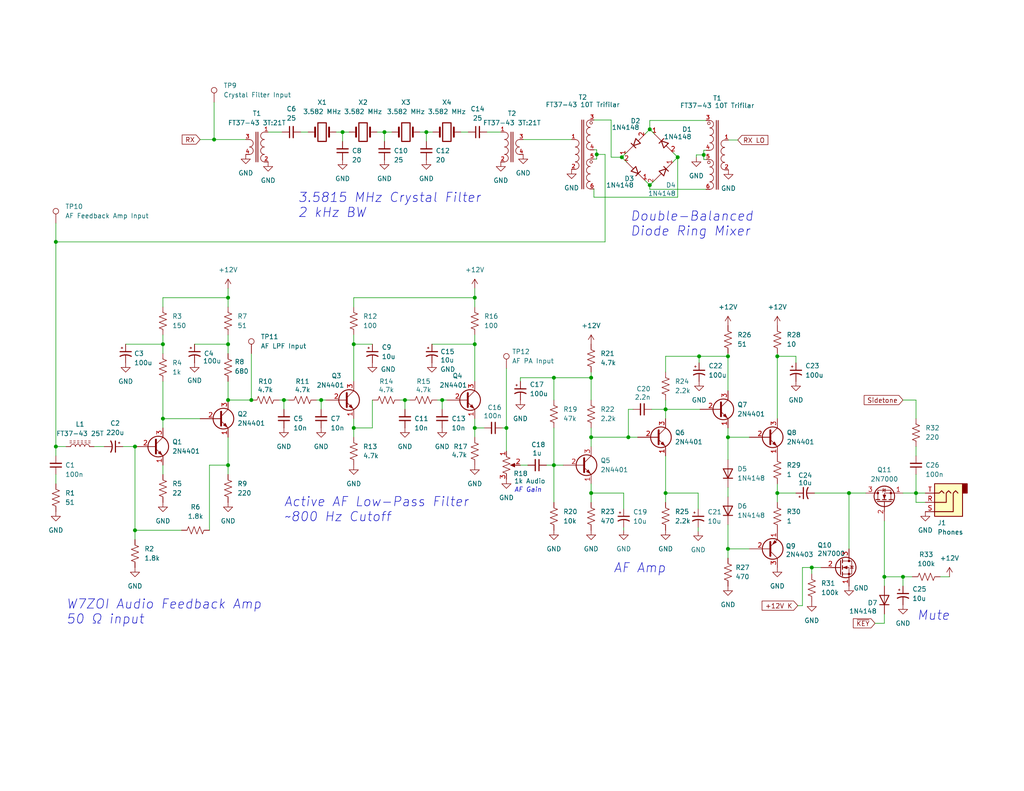
<source format=kicad_sch>
(kicad_sch (version 20230121) (generator eeschema)
  (paper "USLetter")
  (title_block (title "Party Line 80") (date "2023-12-14") (rev "A") (company "Etherkit") (comment 1 "Creative Commons CC BY-SA 4.0"))
  (lib_symbols
    (symbol "Connector:TestPoint" (pin_numbers hide) (pin_names (offset 0.762) hide)
      (property "Reference" "TP" (at 0 6.858 0))
      (property "Value" "TestPoint" (at 0 5.08 0))
      (symbol "TestPoint_1_1"
        (pin passive line (at 0 0 90) (length 2.54) (name "1") (number "1"))
      )
    )
    (symbol "Connector_Audio:AudioJack3"
      (property "Reference" "J" (at 0 8.89 0))
      (property "Value" "AudioJack3" (at 0 6.35 0))
      (symbol "AudioJack3_1_1"
        (pin passive line (at 5.08 0 180) (length 2.54) (name "~") (number "R"))
        (pin passive line (at 5.08 2.54 180) (length 2.54) (name "~") (number "S"))
        (pin passive line (at 5.08 -2.54 180) (length 2.54) (name "~") (number "T"))
      )
    )
    (symbol "Device:C_Polarized_Small_US" (pin_numbers hide) (pin_names (offset 0.254) hide)
      (property "Reference" "C" (at 0.254 1.778 0))
      (property "Value" "C_Polarized_Small_US" (at 0.254 -2.032 0))
      (symbol "C_Polarized_Small_US_1_1"
        (pin passive line (at 0 2.54 270) (length 2.032) (name "~") (number "1"))
        (pin passive line (at 0 -2.54 90) (length 2.032) (name "~") (number "2"))
      )
    )
    (symbol "Device:C_Small" (pin_numbers hide) (pin_names (offset 0.254) hide)
      (property "Reference" "C" (at 0.254 1.778 0))
      (property "Value" "C_Small" (at 0.254 -2.032 0))
      (symbol "C_Small_1_1"
        (pin passive line (at 0 2.54 270) (length 2.032) (name "~") (number "1"))
        (pin passive line (at 0 -2.54 90) (length 2.032) (name "~") (number "2"))
      )
    )
    (symbol "Device:Crystal" (pin_numbers hide) (pin_names (offset 1.016) hide)
      (property "Reference" "Y" (at 0 3.81 0))
      (property "Value" "Crystal" (at 0 -3.81 0))
      (symbol "Crystal_1_1"
        (pin passive line (at -3.81 0 0) (length 1.27) (name "1") (number "1"))
        (pin passive line (at 3.81 0 180) (length 1.27) (name "2") (number "2"))
      )
    )
    (symbol "Device:D" (pin_numbers hide) (pin_names (offset 1.016) hide)
      (property "Reference" "D" (at 0 2.54 0))
      (property "Value" "D" (at 0 -2.54 0))
      (symbol "D_1_1"
        (pin passive line (at -3.81 0 0) (length 2.54) (name "K") (number "1"))
        (pin passive line (at 3.81 0 180) (length 2.54) (name "A") (number "2"))
      )
    )
    (symbol "Device:L_Ferrite" (pin_numbers hide) (pin_names (offset 1.016) hide)
      (property "Reference" "L" (at -1.27 0 90))
      (property "Value" "L_Ferrite" (at 2.794 0 90))
      (symbol "L_Ferrite_1_1"
        (pin passive line (at 0 3.81 270) (length 1.27) (name "1") (number "1"))
        (pin passive line (at 0 -3.81 90) (length 1.27) (name "2") (number "2"))
      )
    )
    (symbol "Device:Q_NMOS_SGD" (pin_names (offset 0) hide)
      (property "Reference" "Q" (at 5.08 1.27 0))
      (property "Value" "Q_NMOS_SGD" (at 5.08 -1.27 0))
      (symbol "Q_NMOS_SGD_1_1"
        (pin passive line (at 2.54 -5.08 90) (length 2.54) (name "S") (number "1"))
        (pin input line (at -5.08 0 0) (length 5.08) (name "G") (number "2"))
        (pin passive line (at 2.54 5.08 270) (length 2.54) (name "D") (number "3"))
      )
    )
    (symbol "Device:Q_NPN_EBC" (pin_names (offset 0) hide)
      (property "Reference" "Q" (at 5.08 1.27 0))
      (property "Value" "Q_NPN_EBC" (at 5.08 -1.27 0))
      (symbol "Q_NPN_EBC_1_1"
        (pin passive line (at 2.54 -5.08 90) (length 2.54) (name "E") (number "1"))
        (pin passive line (at -5.08 0 0) (length 5.715) (name "B") (number "2"))
        (pin passive line (at 2.54 5.08 270) (length 2.54) (name "C") (number "3"))
      )
    )
    (symbol "Device:Q_PNP_EBC" (pin_names (offset 0) hide)
      (property "Reference" "Q" (at 5.08 1.27 0))
      (property "Value" "Q_PNP_EBC" (at 5.08 -1.27 0))
      (symbol "Q_PNP_EBC_1_1"
        (pin passive line (at 2.54 -5.08 90) (length 2.54) (name "E") (number "1"))
        (pin input line (at -5.08 0 0) (length 5.715) (name "B") (number "2"))
        (pin passive line (at 2.54 5.08 270) (length 2.54) (name "C") (number "3"))
      )
    )
    (symbol "Device:R_Potentiometer_US" (pin_names (offset 1.016) hide)
      (property "Reference" "RV" (at -4.445 0 90))
      (property "Value" "R_Potentiometer_US" (at -2.54 0 90))
      (symbol "R_Potentiometer_US_1_1"
        (pin passive line (at 0 3.81 270) (length 1.27) (name "1") (number "1"))
        (pin passive line (at 3.81 0 180) (length 1.27) (name "2") (number "2"))
        (pin passive line (at 0 -3.81 90) (length 1.27) (name "3") (number "3"))
      )
    )
    (symbol "Device:R_US" (pin_numbers hide) (pin_names (offset 0))
      (property "Reference" "R" (at 2.54 0 90))
      (property "Value" "R_US" (at -2.54 0 90))
      (symbol "R_US_1_1"
        (pin passive line (at 0 3.81 270) (length 1.27) (name "~") (number "1"))
        (pin passive line (at 0 -3.81 90) (length 1.27) (name "~") (number "2"))
      )
    )
    (symbol "EtherkitKicadLibrary:DIODE_45DEG" (pin_names (offset 0))
      (property "Reference" "D" (at 2.54 6.985 0))
      (property "Value" "Diode" (at 2.54 5.08 0))
      (symbol "DIODE_45DEG_1_1"
        (pin passive line (at 2.54 2.54 180) (length 0) (name "~") (number "1"))
        (pin passive line (at -2.54 -2.54 0) (length 0) (name "") (number "2"))
      )
    )
    (symbol "EtherkitKicadLibrary:TRANSFORMER_STEP" (pin_names (offset 1.016) hide)
      (property "Reference" "T" (at 0 8.763 0))
      (property "Value" "TRANSFORMER" (at 0 6.858 0))
      (symbol "TRANSFORMER_STEP_1_1"
        (pin passive line (at -3.048 4.064 0) (length 1.016) (name "1") (number "1"))
        (pin passive line (at -3.048 -4.064 0) (length 1.016) (name "2") (number "2"))
        (pin passive line (at 3.048 2.032 180) (length 1.016) (name "3") (number "3"))
        (pin passive line (at 3.048 -2.032 180) (length 1.016) (name "4") (number "4"))
      )
    )
    (symbol "EtherkitKicadLibrary:TRIFILAR_TRANSFORMER" (pin_names (offset 1.016) hide)
      (property "Reference" "T" (at 0 -11.684 0))
      (property "Value" "TRANSFORMER" (at 0 -13.462 0))
      (symbol "TRIFILAR_TRANSFORMER_1_1"
        (pin passive line (at -3.048 4.064 0) (length 1.016) (name "1") (number "1"))
        (pin passive line (at -3.048 -4.064 0) (length 1.016) (name "2") (number "2"))
        (pin passive line (at 3.048 9.398 180) (length 1.016) (name "3") (number "3"))
        (pin passive line (at 3.048 1.27 180) (length 1.016) (name "4") (number "4"))
        (pin passive line (at 3.048 -1.27 180) (length 1.016) (name "3") (number "5"))
        (pin passive line (at 3.048 -9.398 180) (length 1.016) (name "4") (number "6"))
      )
    )
    (symbol "power:+12V" (power) (pin_names (offset 0))
      (property "Value" "+12V" (at 0 3.556 0))
      (symbol "+12V_1_1"
        (pin power_in line (at 0 0 90) (length 0) hide (name "+12V") (number "1"))
      )
    )
    (symbol "power:GND" (power) (pin_names (offset 0))
      (property "Value" "GND" (at 0 -3.81 0))
      (symbol "GND_1_1"
        (pin power_in line (at 0 0 270) (length 0) hide (name "GND") (number "1"))
      )
    )
  )
  (junction (at 169.672 42.926))
  (junction (at 177.292 35.306))
  (junction (at 198.628 119.38))
  (junction (at 129.54 116.84))
  (junction (at 93.472 36.068))
  (junction (at 87.63 109.22))
  (junction (at 212.09 97.282))
  (junction (at 181.61 134.62))
  (junction (at 190.754 97.282))
  (junction (at 44.45 114.3))
  (junction (at 212.09 134.62))
  (junction (at 15.24 121.92))
  (junction (at 62.23 127))
  (junction (at 181.61 111.76))
  (junction (at 171.45 119.38))
  (junction (at 161.29 134.62))
  (junction (at 246.38 157.48))
  (junction (at 62.23 109.22))
  (junction (at 44.45 93.98))
  (junction (at 231.648 134.62))
  (junction (at 241.3 157.48))
  (junction (at 221.488 154.94))
  (junction (at 184.912 42.926))
  (junction (at 36.83 121.92))
  (junction (at 161.29 119.38))
  (junction (at 68.58 109.22))
  (junction (at 116.332 36.068))
  (junction (at 151.13 103.124))
  (junction (at 151.13 127))
  (junction (at 36.83 144.78))
  (junction (at 120.65 109.22))
  (junction (at 110.49 109.22))
  (junction (at 192.024 42.291))
  (junction (at 177.292 50.546))
  (junction (at 249.936 134.62))
  (junction (at 62.23 81.28))
  (junction (at 198.628 97.282))
  (junction (at 104.902 36.068))
  (junction (at 96.52 93.98))
  (junction (at 58.42 38.1))
  (junction (at 129.54 93.98))
  (junction (at 62.23 93.98))
  (junction (at 77.47 109.22))
  (junction (at 138.176 116.84))
  (junction (at 198.628 149.86))
  (junction (at 15.24 66.04))
  (junction (at 162.814 42.164))
  (junction (at 161.29 103.124))
  (junction (at 96.52 116.84))
  (junction (at 129.54 81.28))
  (wire (pts (xy 184.912 53.848) (xy 184.912 42.926)))
  (wire (pts (xy 172.72 111.76) (xy 171.45 111.76)))
  (wire (pts (xy 138.176 100.584) (xy 138.176 116.84)))
  (wire (pts (xy 221.488 154.94) (xy 221.488 156.718)))
  (wire (pts (xy 192.659 51.689) (xy 177.292 51.689)))
  (wire (pts (xy 18.034 121.92) (xy 15.24 121.92)))
  (wire (pts (xy 181.61 101.6) (xy 181.61 97.282)))
  (wire (pts (xy 246.38 157.48) (xy 246.38 160.02)))
  (wire (pts (xy 165.1 42.164) (xy 165.1 66.04)))
  (wire (pts (xy 249.936 121.92) (xy 249.936 124.46)))
  (wire (pts (xy 184.912 42.926) (xy 183.642 41.656)))
  (wire (pts (xy 87.63 109.22) (xy 88.9 109.22)))
  (wire (pts (xy 15.24 121.92) (xy 15.24 124.46)))
  (wire (pts (xy 181.61 134.62) (xy 181.61 137.16)))
  (wire (pts (xy 177.292 51.689) (xy 177.292 50.546)))
  (wire (pts (xy 151.13 103.124) (xy 151.13 109.22)))
  (wire (pts (xy 73.152 36.068) (xy 76.962 36.068)))
  (wire (pts (xy 36.83 144.78) (xy 36.83 147.32)))
  (wire (pts (xy 15.24 129.54) (xy 15.24 132.08)))
  (wire (pts (xy 166.751 42.926) (xy 169.672 42.926)))
  (wire (pts (xy 93.472 36.068) (xy 93.472 38.608)))
  (wire (pts (xy 218.948 154.94) (xy 218.948 165.354)))
  (wire (pts (xy 162.052 53.848) (xy 184.912 53.848)))
  (wire (pts (xy 129.54 91.44) (xy 129.54 93.98)))
  (wire (pts (xy 161.29 132.08) (xy 161.29 134.62)))
  (wire (pts (xy 162.052 51.562) (xy 162.052 53.848)))
  (wire (pts (xy 62.23 104.14) (xy 62.23 109.22)))
  (wire (pts (xy 36.83 121.92) (xy 36.83 144.78)))
  (wire (pts (xy 44.45 104.14) (xy 44.45 114.3)))
  (wire (pts (xy 161.29 119.38) (xy 171.45 119.38)))
  (wire (pts (xy 54.61 38.1) (xy 58.42 38.1)))
  (wire (pts (xy 96.52 116.84) (xy 96.52 119.38)))
  (wire (pts (xy 177.292 32.893) (xy 177.292 35.306)))
  (wire (pts (xy 189.992 42.291) (xy 192.024 42.291)))
  (wire (pts (xy 101.6 116.84) (xy 96.52 116.84)))
  (wire (pts (xy 125.73 36.068) (xy 127.762 36.068)))
  (wire (pts (xy 76.2 109.22) (xy 77.47 109.22)))
  (wire (pts (xy 181.61 111.76) (xy 191.008 111.76)))
  (wire (pts (xy 198.628 119.38) (xy 204.47 119.38)))
  (wire (pts (xy 129.54 116.84) (xy 129.54 119.38)))
  (wire (pts (xy 96.52 93.98) (xy 101.6 93.98)))
  (wire (pts (xy 86.36 109.22) (xy 87.63 109.22)))
  (wire (pts (xy 221.488 154.94) (xy 218.948 154.94)))
  (wire (pts (xy 162.814 40.894) (xy 162.814 42.164)))
  (wire (pts (xy 181.61 124.46) (xy 181.61 134.62)))
  (wire (pts (xy 15.24 60.96) (xy 15.24 66.04)))
  (wire (pts (xy 198.628 97.282) (xy 198.628 106.68)))
  (wire (pts (xy 120.65 109.22) (xy 121.92 109.22)))
  (wire (pts (xy 170.18 134.62) (xy 161.29 134.62)))
  (wire (pts (xy 110.49 109.22) (xy 111.76 109.22)))
  (wire (pts (xy 114.554 36.068) (xy 116.332 36.068)))
  (wire (pts (xy 151.13 116.84) (xy 151.13 127)))
  (wire (pts (xy 120.65 109.22) (xy 120.65 111.76)))
  (wire (pts (xy 162.052 40.894) (xy 162.814 40.894)))
  (wire (pts (xy 62.23 93.98) (xy 62.23 96.52)))
  (wire (pts (xy 222.25 134.62) (xy 231.648 134.62)))
  (wire (pts (xy 249.936 134.62) (xy 252.476 134.62)))
  (wire (pts (xy 241.3 142.24) (xy 241.3 157.48)))
  (wire (pts (xy 62.23 119.38) (xy 62.23 127)))
  (wire (pts (xy 241.3 157.48) (xy 246.38 157.48)))
  (wire (pts (xy 171.45 111.76) (xy 171.45 119.38)))
  (wire (pts (xy 96.52 114.3) (xy 96.52 116.84)))
  (wire (pts (xy 212.09 96.52) (xy 212.09 97.282)))
  (wire (pts (xy 161.29 119.38) (xy 161.29 121.92)))
  (wire (pts (xy 62.23 78.74) (xy 62.23 81.28)))
  (wire (pts (xy 141.986 104.14) (xy 141.986 103.124)))
  (wire (pts (xy 129.54 93.98) (xy 117.856 93.98)))
  (wire (pts (xy 57.15 127) (xy 62.23 127)))
  (wire (pts (xy 149.098 127) (xy 151.13 127)))
  (wire (pts (xy 44.45 81.28) (xy 62.23 81.28)))
  (wire (pts (xy 141.986 103.124) (xy 151.13 103.124)))
  (wire (pts (xy 231.648 134.62) (xy 231.648 149.86)))
  (wire (pts (xy 224.028 154.94) (xy 221.488 154.94)))
  (wire (pts (xy 190.5 144.018) (xy 190.5 145.034)))
  (wire (pts (xy 132.842 36.068) (xy 136.652 36.068)))
  (wire (pts (xy 109.22 109.22) (xy 110.49 109.22)))
  (wire (pts (xy 77.47 109.22) (xy 78.74 109.22)))
  (wire (pts (xy 198.628 116.84) (xy 198.628 119.38)))
  (wire (pts (xy 58.42 27.94) (xy 58.42 38.1)))
  (wire (pts (xy 141.986 127) (xy 144.018 127)))
  (wire (pts (xy 177.292 35.306) (xy 176.022 36.576)))
  (wire (pts (xy 129.54 93.98) (xy 129.54 104.14)))
  (wire (pts (xy 181.61 111.76) (xy 181.61 114.3)))
  (wire (pts (xy 192.659 41.021) (xy 192.024 41.021)))
  (wire (pts (xy 170.942 41.656) (xy 169.672 42.926)))
  (wire (pts (xy 181.61 109.22) (xy 181.61 111.76)))
  (wire (pts (xy 44.45 127) (xy 44.45 129.54)))
  (wire (pts (xy 162.814 42.164) (xy 162.814 43.434)))
  (wire (pts (xy 62.23 91.44) (xy 62.23 93.98)))
  (wire (pts (xy 151.13 127) (xy 151.13 137.16)))
  (wire (pts (xy 198.628 133.096) (xy 198.628 135.636)))
  (wire (pts (xy 161.29 101.6) (xy 161.29 103.124)))
  (wire (pts (xy 189.992 42.926) (xy 189.992 42.291)))
  (wire (pts (xy 129.54 78.74) (xy 129.54 81.28)))
  (wire (pts (xy 169.672 42.926) (xy 170.942 44.196)))
  (wire (pts (xy 162.814 43.434) (xy 162.052 43.434)))
  (wire (pts (xy 246.38 134.62) (xy 249.936 134.62)))
  (wire (pts (xy 33.528 121.92) (xy 36.83 121.92)))
  (wire (pts (xy 96.52 93.98) (xy 96.52 104.14)))
  (wire (pts (xy 58.42 38.1) (xy 67.056 38.1)))
  (wire (pts (xy 138.176 116.84) (xy 138.176 123.19)))
  (wire (pts (xy 190.754 97.282) (xy 198.628 97.282)))
  (wire (pts (xy 177.292 50.546) (xy 176.022 49.276)))
  (wire (pts (xy 241.3 157.48) (xy 241.3 160.02)))
  (wire (pts (xy 246.38 157.48) (xy 248.92 157.48)))
  (wire (pts (xy 165.1 66.04) (xy 15.24 66.04)))
  (wire (pts (xy 87.63 109.22) (xy 87.63 111.76)))
  (wire (pts (xy 82.042 36.068) (xy 84.074 36.068)))
  (wire (pts (xy 190.754 97.282) (xy 190.754 99.06)))
  (wire (pts (xy 44.45 114.3) (xy 54.61 114.3)))
  (wire (pts (xy 151.13 127) (xy 153.67 127)))
  (wire (pts (xy 44.45 114.3) (xy 44.45 116.84)))
  (wire (pts (xy 256.54 157.48) (xy 259.08 157.48)))
  (wire (pts (xy 110.49 109.22) (xy 110.49 111.76)))
  (wire (pts (xy 104.902 36.068) (xy 106.934 36.068)))
  (wire (pts (xy 62.23 109.22) (xy 68.58 109.22)))
  (wire (pts (xy 62.23 81.28) (xy 62.23 83.82)))
  (wire (pts (xy 96.52 91.44) (xy 96.52 93.98)))
  (wire (pts (xy 62.23 127) (xy 62.23 129.54)))
  (wire (pts (xy 116.332 36.068) (xy 116.332 38.608)))
  (wire (pts (xy 198.628 149.86) (xy 204.47 149.86)))
  (wire (pts (xy 34.29 93.98) (xy 44.45 93.98)))
  (wire (pts (xy 231.648 134.62) (xy 236.22 134.62)))
  (wire (pts (xy 57.15 144.78) (xy 57.15 127)))
  (wire (pts (xy 77.47 109.22) (xy 77.47 111.76)))
  (wire (pts (xy 161.29 103.124) (xy 161.29 109.22)))
  (wire (pts (xy 96.52 81.28) (xy 129.54 81.28)))
  (wire (pts (xy 190.5 134.62) (xy 181.61 134.62)))
  (wire (pts (xy 249.936 129.54) (xy 249.936 134.62)))
  (wire (pts (xy 192.024 42.291) (xy 192.024 43.561)))
  (wire (pts (xy 170.18 144.018) (xy 170.18 144.78)))
  (wire (pts (xy 161.29 116.84) (xy 161.29 119.38)))
  (wire (pts (xy 119.38 109.22) (xy 120.65 109.22)))
  (wire (pts (xy 212.09 134.62) (xy 217.17 134.62)))
  (wire (pts (xy 166.751 32.766) (xy 166.751 42.926)))
  (wire (pts (xy 129.54 81.28) (xy 129.54 83.82)))
  (wire (pts (xy 217.17 97.282) (xy 212.09 97.282)))
  (wire (pts (xy 15.24 66.04) (xy 15.24 121.92)))
  (wire (pts (xy 162.814 42.164) (xy 165.1 42.164)))
  (wire (pts (xy 241.3 170.18) (xy 238.76 170.18)))
  (wire (pts (xy 246.38 109.22) (xy 249.936 109.22)))
  (wire (pts (xy 93.472 36.068) (xy 95.25 36.068)))
  (wire (pts (xy 249.936 109.22) (xy 249.936 114.3)))
  (wire (pts (xy 177.292 50.546) (xy 178.562 49.276)))
  (wire (pts (xy 212.09 134.62) (xy 212.09 137.16)))
  (wire (pts (xy 198.628 143.256) (xy 198.628 149.86)))
  (wire (pts (xy 129.54 116.84) (xy 132.08 116.84)))
  (wire (pts (xy 162.052 32.766) (xy 166.751 32.766)))
  (wire (pts (xy 44.45 93.98) (xy 44.45 96.52)))
  (wire (pts (xy 198.628 96.52) (xy 198.628 97.282)))
  (wire (pts (xy 249.936 137.16) (xy 249.936 134.62)))
  (wire (pts (xy 181.61 97.282) (xy 190.754 97.282)))
  (wire (pts (xy 91.694 36.068) (xy 93.472 36.068)))
  (wire (pts (xy 104.902 36.068) (xy 104.902 38.608)))
  (wire (pts (xy 252.476 137.16) (xy 249.936 137.16)))
  (wire (pts (xy 116.332 36.068) (xy 118.11 36.068)))
  (wire (pts (xy 177.8 111.76) (xy 181.61 111.76)))
  (wire (pts (xy 170.18 138.938) (xy 170.18 134.62)))
  (wire (pts (xy 184.912 42.926) (xy 183.642 44.196)))
  (wire (pts (xy 192.024 43.561) (xy 192.659 43.561)))
  (wire (pts (xy 44.45 83.82) (xy 44.45 81.28)))
  (wire (pts (xy 62.23 93.98) (xy 53.086 93.98)))
  (wire (pts (xy 68.58 96.52) (xy 68.58 109.22)))
  (wire (pts (xy 212.09 132.08) (xy 212.09 134.62)))
  (wire (pts (xy 101.6 109.22) (xy 101.6 116.84)))
  (wire (pts (xy 212.09 97.282) (xy 212.09 114.3)))
  (wire (pts (xy 192.659 32.893) (xy 177.292 32.893)))
  (wire (pts (xy 36.83 144.78) (xy 49.53 144.78)))
  (wire (pts (xy 129.54 114.3) (xy 129.54 116.84)))
  (wire (pts (xy 102.87 36.068) (xy 104.902 36.068)))
  (wire (pts (xy 171.45 119.38) (xy 173.99 119.38)))
  (wire (pts (xy 198.628 119.38) (xy 198.628 125.476)))
  (wire (pts (xy 241.3 167.64) (xy 241.3 170.18)))
  (wire (pts (xy 96.52 83.82) (xy 96.52 81.28)))
  (wire (pts (xy 198.628 149.86) (xy 198.628 152.4)))
  (wire (pts (xy 44.45 91.44) (xy 44.45 93.98)))
  (wire (pts (xy 142.748 38.1) (xy 155.956 38.1)))
  (wire (pts (xy 161.29 134.62) (xy 161.29 137.16)))
  (wire (pts (xy 137.16 116.84) (xy 138.176 116.84)))
  (wire (pts (xy 218.948 165.354) (xy 217.678 165.354)))
  (wire (pts (xy 25.654 121.92) (xy 28.448 121.92)))
  (wire (pts (xy 192.024 41.021) (xy 192.024 42.291)))
  (wire (pts (xy 201.295 38.227) (xy 198.755 38.227)))
  (wire (pts (xy 178.562 36.576) (xy 177.292 35.306)))
  (wire (pts (xy 190.5 138.938) (xy 190.5 134.62)))
  (wire (pts (xy 217.17 99.06) (xy 217.17 97.282)))
  (wire (pts (xy 151.13 103.124) (xy 161.29 103.124)))
  (text "AF Amp" (at 167.386 156.718 0) (effects (font (size 2.54 2.54) italic) (justify left bottom)))
  (text "Double-Balanced\nDiode Ring Mixer" (at 171.958 64.77 0) (effects (font (size 2.54 2.54) italic) (justify left bottom)))
  (text "Mute" (at 250.19 169.672 0) (effects (font (size 2.54 2.54) italic) (justify left bottom)))
  (text "W7ZOI Audio Feedback Amp\n50 Ω input" (at 18.034 170.688 0) (effects (font (size 2.54 2.54) italic) (justify left bottom)))
  (text "3.5815 MHz Crystal Filter\n2 kHz BW" (at 81.28 59.69 0) (effects (font (size 2.54 2.54) italic) (justify left bottom)))
  (text "Active AF Low-Pass Filter\n~800 Hz Cutoff" (at 77.47 142.748 0) (effects (font (size 2.54 2.54) italic) (justify left bottom)))
  (text "AF Gain" (at 147.828 134.62 0) (effects (font (size 1.27 1.27) italic) (justify right bottom)))
  (global_label "~{KEY}" (shape input) (at 238.76 170.18 180) (property "Intersheetrefs" "${INTERSHEET_REFS}" (effects hide)))
  (global_label "Sidetone" (shape input) (at 246.38 109.22 180) (property "Intersheetrefs" "${INTERSHEET_REFS}" (effects hide)))
  (global_label "+12V K" (shape input) (at 217.678 165.354 180) (property "Intersheetrefs" "${INTERSHEET_REFS}" (effects hide)))
  (global_label "RX LO" (shape input) (at 201.295 38.227 0) (property "Intersheetrefs" "${INTERSHEET_REFS}" (effects hide)))
  (global_label "RX" (shape input) (at 54.61 38.1 180) (property "Intersheetrefs" "${INTERSHEET_REFS}" (effects hide)))
  (symbol (lib_id "Device:C_Small") (at 130.302 36.068 90) (unit 1)
    (property "Reference" "C14" (at 130.3083 29.718 90))
    (property "Value" "25" (at 130.3083 32.258 90))
    (property "Footprint" "Capacitor_THT:C_Rect_L7.0mm_W2.5mm_P5.00mm" (effects hide))
  )
  (symbol (lib_id "Device:C_Small") (at 146.558 127 270) (unit 1)
    (property "Reference" "C18" (at 148.844 121.412 90) (effects (justify right)))
    (property "Value" "1u" (at 147.828 123.698 90) (effects (justify right)))
    (property "Footprint" "Capacitor_THT:CP_Radial_D5.0mm_P2.50mm" (effects hide))
  )
  (symbol (lib_id "power:GND") (at 44.45 137.16 0) (unit 1)
    (property "Reference" "#PWR04" (effects hide))
    (property "Value" "GND" (at 44.45 142.24 0))
  )
  (symbol (lib_id "power:GND") (at 116.332 43.688 0) (unit 1)
    (property "Reference" "#PWR017" (effects hide))
    (property "Value" "GND" (at 116.332 48.768 0))
  )
  (symbol (lib_id "Device:R_US") (at 44.45 100.33 0) (unit 1)
    (property "Reference" "R4" (at 46.99 99.06 0) (effects (justify left)))
    (property "Value" "1k" (at 46.99 101.6 0) (effects (justify left)))
    (property "Footprint" "Resistor_THT:R_Axial_DIN0207_L6.3mm_D2.5mm_P2.54mm_Vertical" (effects hide))
  )
  (symbol (lib_id "Device:C_Small") (at 87.63 114.3 180) (unit 1)
    (property "Reference" "C7" (at 90.17 114.3 0) (effects (justify right)))
    (property "Value" "10n" (at 90.17 116.84 0) (effects (justify right)))
    (property "Footprint" "Capacitor_THT:C_Rect_L7.0mm_W2.5mm_P5.00mm" (effects hide))
  )
  (symbol (lib_id "Device:R_US") (at 161.29 113.03 0) (unit 1)
    (property "Reference" "R22" (at 163.83 111.76 0) (effects (justify left)))
    (property "Value" "2.2k" (at 163.83 114.3 0) (effects (justify left)))
    (property "Footprint" "Resistor_THT:R_Axial_DIN0207_L6.3mm_D2.5mm_P2.54mm_Vertical" (effects hide))
  )
  (symbol (lib_id "Device:R_US") (at 198.628 156.21 0) (unit 1)
    (property "Reference" "R27" (at 200.66 154.94 0) (effects (justify left)))
    (property "Value" "470" (at 200.66 157.48 0) (effects (justify left)))
    (property "Footprint" "Resistor_THT:R_Axial_DIN0207_L6.3mm_D2.5mm_P2.54mm_Vertical" (effects hide))
  )
  (symbol (lib_id "Device:C_Small") (at 120.65 114.3 180) (unit 1)
    (property "Reference" "C13" (at 123.19 114.3 0) (effects (justify right)))
    (property "Value" "10n" (at 123.19 116.84 0) (effects (justify right)))
    (property "Footprint" "Capacitor_THT:C_Rect_L7.0mm_W2.5mm_P5.00mm" (effects hide))
  )
  (symbol (lib_id "Device:Q_NPN_EBC") (at 158.75 127 0) (unit 1)
    (property "Reference" "Q5" (at 163.83 125.73 0) (effects (justify left)))
    (property "Value" "2N4401" (at 163.83 128.27 0) (effects (justify left)))
    (property "Footprint" "Package_TO_SOT_THT:TO-92_Inline" (effects hide))
  )
  (symbol (lib_id "EtherkitKicadLibrary:DIODE_45DEG") (at 173.482 39.116 90) (mirror x) (unit 1)
    (property "Reference" "D2" (at 174.752 33.02 90) (effects (justify left)))
    (property "Value" "1N4148" (at 174.498 34.798 90) (effects (justify left)))
    (property "Footprint" "Diode_THT:D_DO-35_SOD27_P7.62mm_Horizontal" (effects hide))
    (instances (project "YamhillDiodeRingMixer" (path "" (reference "D2") (unit 1))) (project "PartyLine80" (path "" (reference "D1") (unit 1))))
  )
  (symbol (lib_id "Device:C_Small") (at 116.332 41.148 180) (unit 1)
    (property "Reference" "C12" (at 118.872 41.148 0) (effects (justify right)))
    (property "Value" "20" (at 118.872 43.688 0) (effects (justify right)))
    (property "Footprint" "Capacitor_THT:C_Rect_L7.0mm_W2.5mm_P5.00mm" (effects hide))
  )
  (symbol (lib_id "Device:C_Polarized_Small_US") (at 101.6 96.52 0) (unit 1)
    (property "Reference" "C9" (at 104.14 94.8182 0) (effects (justify left)))
    (property "Value" "10u" (at 104.14 97.3582 0) (effects (justify left)))
    (property "Footprint" "Capacitor_THT:CP_Radial_D5.0mm_P2.50mm" (effects hide))
  )
  (symbol (lib_id "Device:R_US") (at 161.29 140.97 0) (unit 1)
    (property "Reference" "R23" (at 163.83 139.7 0) (effects (justify left)))
    (property "Value" "470" (at 163.83 142.24 0) (effects (justify left)))
    (property "Footprint" "Resistor_THT:R_Axial_DIN0207_L6.3mm_D2.5mm_P2.54mm_Vertical" (effects hide))
  )
  (symbol (lib_id "power:GND") (at 138.176 130.81 0) (unit 1)
    (property "Reference" "#PWR023" (effects hide))
    (property "Value" "GND" (at 138.176 135.89 0))
  )
  (symbol (lib_id "power:+12V") (at 212.09 88.9 0) (unit 1)
    (property "Reference" "#PWR038" (effects hide))
    (property "Value" "+12V" (at 212.09 83.82 0))
  )
  (symbol (lib_id "Device:C_Polarized_Small_US") (at 30.988 121.92 270) (unit 1)
    (property "Reference" "C2" (at 31.4198 115.57 90))
    (property "Value" "220u" (at 31.4198 118.11 90))
    (property "Footprint" "Capacitor_THT:CP_Radial_D6.3mm_P2.50mm" (effects hide))
  )
  (symbol (lib_id "power:GND") (at 15.24 139.7 0) (unit 1)
    (property "Reference" "#PWR01" (effects hide))
    (property "Value" "GND" (at 15.24 144.78 0))
  )
  (symbol (lib_id "EtherkitKicadLibrary:TRIFILAR_TRANSFORMER") (at 159.004 42.164 0) (unit 1)
    (property "Reference" "T2" (at 159.004 26.543 0))
    (property "Value" "FT37-43 10T Trifilar" (at 159.004 28.575 0))
    (property "Footprint" "EtherkitKicadLibrary:T37-V-TRIFILARXFMR" (effects hide))
    (instances (project "YamhillDiodeRingMixer" (path "" (reference "T2") (unit 1))) (project "PartyLine80" (path "" (reference "T3") (unit 1))))
  )
  (symbol (lib_id "Device:D") (at 198.628 129.286 90) (unit 1)
    (property "Reference" "D5" (at 201.168 128.016 90) (effects (justify right)))
    (property "Value" "1N4148" (at 201.168 130.556 90) (effects (justify right)))
    (property "Footprint" "Diode_THT:D_DO-35_SOD27_P7.62mm_Horizontal" (effects hide))
    (property "Sim.Device" "D" (effects hide))
    (property "Sim.Pins" "1=K 2=A" (effects hide))
  )
  (symbol (lib_id "EtherkitKicadLibrary:TRANSFORMER_STEP") (at 139.7 40.132 0) (unit 1)
    (property "Reference" "T2" (at 139.6978 30.988 0))
    (property "Value" "FT37-43 3T:21T" (at 139.6978 33.528 0))
    (property "Footprint" "EtherkitKicadLibrary:T37-STEPDOWN" (effects hide))
  )
  (symbol (lib_id "Device:R_US") (at 181.61 105.41 0) (unit 1)
    (property "Reference" "R24" (at 184.15 104.14 0) (effects (justify left)))
    (property "Value" "2.2k" (at 184.15 106.68 0) (effects (justify left)))
    (property "Footprint" "Resistor_THT:R_Axial_DIN0207_L6.3mm_D2.5mm_P2.54mm_Vertical" (effects hide))
  )
  (symbol (lib_id "Device:R_US") (at 129.54 123.19 0) (unit 1)
    (property "Reference" "R17" (at 123.698 121.92 0) (effects (justify left)))
    (property "Value" "4.7k" (at 123.19 124.206 0) (effects (justify left)))
    (property "Footprint" "Resistor_THT:R_Axial_DIN0207_L6.3mm_D2.5mm_P2.54mm_Vertical" (effects hide))
  )
  (symbol (lib_id "Device:Q_NMOS_SGD") (at 229.108 154.94 0) (unit 1)
    (property "Reference" "Q10" (at 223.012 148.844 0) (effects (justify left)))
    (property "Value" "2N7000" (at 223.012 151.13 0) (effects (justify left)))
    (property "Footprint" "Package_TO_SOT_THT:TO-92_Inline" (effects hide))
  )
  (symbol (lib_id "Device:C_Polarized_Small_US") (at 219.71 134.62 90) (unit 1)
    (property "Reference" "C24" (at 219.71 129.794 90))
    (property "Value" "10u" (at 219.71 131.826 90))
    (property "Footprint" "Capacitor_THT:CP_Radial_D5.0mm_P2.50mm" (effects hide))
  )
  (symbol (lib_id "power:GND") (at 198.628 160.02 0) (unit 1)
    (property "Reference" "#PWR036" (effects hide))
    (property "Value" "GND" (at 198.628 165.1 0))
  )
  (symbol (lib_id "Device:R_US") (at 105.41 109.22 90) (unit 1)
    (property "Reference" "R14" (at 105.41 104.14 90))
    (property "Value" "4.7k" (at 105.41 106.426 90))
    (property "Footprint" "Resistor_THT:R_Axial_DIN0207_L6.3mm_D2.5mm_P2.54mm_Vertical" (effects hide))
  )
  (symbol (lib_id "Device:Q_NPN_EBC") (at 41.91 121.92 0) (unit 1)
    (property "Reference" "Q1" (at 46.99 120.65 0) (effects (justify left)))
    (property "Value" "2N4401" (at 46.99 123.19 0) (effects (justify left)))
    (property "Footprint" "Package_TO_SOT_THT:TO-92_Inline" (effects hide))
  )
  (symbol (lib_id "Device:Crystal") (at 87.884 36.068 0) (unit 1)
    (property "Reference" "X1" (at 87.884 27.94 0))
    (property "Value" "3.582 MHz" (at 87.884 30.48 0))
    (property "Footprint" "Crystal:Crystal_HC49-U_Vertical" (effects hide))
  )
  (symbol (lib_id "power:GND") (at 53.086 99.06 0) (unit 1)
    (property "Reference" "#PWR08" (effects hide))
    (property "Value" "GND" (at 53.086 103.886 0))
  )
  (symbol (lib_id "Device:C_Polarized_Small_US") (at 190.754 101.6 0) (unit 1)
    (property "Reference" "C22" (at 193.294 99.8982 0) (effects (justify left)))
    (property "Value" "100u" (at 193.294 102.4382 0) (effects (justify left)))
    (property "Footprint" "Capacitor_THT:CP_Radial_D6.3mm_P2.50mm" (effects hide))
  )
  (symbol (lib_id "power:GND") (at 252.476 139.7 0) (unit 1)
    (property "Reference" "#PWR044" (effects hide))
    (property "Value" "GND" (at 252.476 144.78 0))
  )
  (symbol (lib_id "power:GND") (at 190.754 104.14 0) (unit 1)
    (property "Reference" "#PWR034" (effects hide))
    (property "Value" "GND" (at 190.754 109.22 0))
  )
  (symbol (lib_id "Connector:TestPoint") (at 68.58 96.52 0) (unit 1)
    (property "Reference" "TP11" (at 71.12 91.948 0) (effects (justify left)))
    (property "Value" "AF LPF Input" (at 71.12 94.488 0) (effects (justify left)))
    (property "Footprint" "TestPoint:TestPoint_THTPad_D2.0mm_Drill1.0mm" (effects hide))
  )
  (symbol (lib_id "Device:Q_NPN_EBC") (at 127 109.22 0) (unit 1)
    (property "Reference" "Q4" (at 123.444 102.616 0) (effects (justify left)))
    (property "Value" "2N4401" (at 119.888 105.156 0) (effects (justify left)))
    (property "Footprint" "Package_TO_SOT_THT:TO-92_Inline" (effects hide))
  )
  (symbol (lib_id "Device:D") (at 198.628 139.446 90) (unit 1)
    (property "Reference" "D6" (at 201.168 138.176 90) (effects (justify right)))
    (property "Value" "1N4148" (at 201.168 140.716 90) (effects (justify right)))
    (property "Footprint" "Diode_THT:D_DO-35_SOD27_P7.62mm_Horizontal" (effects hide))
    (property "Sim.Device" "D" (effects hide))
    (property "Sim.Pins" "1=K 2=A" (effects hide))
  )
  (symbol (lib_id "power:GND") (at 67.056 42.164 0) (unit 1)
    (property "Reference" "#PWR07" (effects hide))
    (property "Value" "GND" (at 67.056 47.244 0))
  )
  (symbol (lib_id "Device:R_US") (at 198.628 92.71 0) (unit 1)
    (property "Reference" "R26" (at 201.168 91.44 0) (effects (justify left)))
    (property "Value" "51" (at 201.168 93.98 0) (effects (justify left)))
    (property "Footprint" "Resistor_THT:R_Axial_DIN0207_L6.3mm_D2.5mm_P2.54mm_Vertical" (effects hide))
  )
  (symbol (lib_id "EtherkitKicadLibrary:DIODE_45DEG") (at 181.102 46.736 270) (mirror x) (unit 1)
    (property "Reference" "D4" (at 184.404 50.546 90) (effects (justify right)))
    (property "Value" "1N4148" (at 184.404 52.832 90) (effects (justify right)))
    (property "Footprint" "Diode_THT:D_DO-35_SOD27_P7.62mm_Horizontal" (effects hide))
  )
  (symbol (lib_id "Device:R_US") (at 221.488 160.528 0) (unit 1)
    (property "Reference" "R31" (at 224.028 159.258 0) (effects (justify left)))
    (property "Value" "100k" (at 224.028 161.798 0) (effects (justify left)))
    (property "Footprint" "Resistor_THT:R_Axial_DIN0207_L6.3mm_D2.5mm_P2.54mm_Vertical" (effects hide))
  )
  (symbol (lib_id "power:GND") (at 87.63 116.84 0) (unit 1)
    (property "Reference" "#PWR011" (effects hide))
    (property "Value" "GND" (at 87.63 121.92 0))
  )
  (symbol (lib_id "power:GND") (at 142.748 42.164 0) (unit 1)
    (property "Reference" "#PWR025" (effects hide))
    (property "Value" "GND" (at 142.748 47.244 0))
  )
  (symbol (lib_id "Device:Crystal") (at 110.744 36.068 0) (unit 1)
    (property "Reference" "X3" (at 110.744 27.94 0))
    (property "Value" "3.582 MHz" (at 110.744 30.48 0))
    (property "Footprint" "Crystal:Crystal_HC49-U_Vertical" (effects hide))
  )
  (symbol (lib_id "power:GND") (at 117.856 99.06 0) (unit 1)
    (property "Reference" "#PWR021" (effects hide))
    (property "Value" "GND" (at 122.174 100.838 0))
  )
  (symbol (lib_id "Device:C_Small") (at 93.472 41.148 180) (unit 1)
    (property "Reference" "C8" (at 96.012 41.148 0) (effects (justify right)))
    (property "Value" "20" (at 96.012 43.688 0) (effects (justify right)))
    (property "Footprint" "Capacitor_THT:C_Rect_L7.0mm_W2.5mm_P5.00mm" (effects hide))
  )
  (symbol (lib_id "power:GND") (at 161.29 144.78 0) (unit 1)
    (property "Reference" "#PWR029" (effects hide))
    (property "Value" "GND" (at 161.29 149.86 0))
  )
  (symbol (lib_id "power:GND") (at 231.648 160.02 0) (unit 1)
    (property "Reference" "#PWR042" (effects hide))
    (property "Value" "GND" (at 234.95 160.528 0))
  )
  (symbol (lib_id "power:GND") (at 189.992 42.926 0) (mirror y) (unit 1)
    (property "Reference" "#PWR05" (effects hide))
    (property "Value" "GND" (at 189.992 48.006 0))
    (instances (project "YamhillDiodeRingMixer" (path "" (reference "#PWR05") (unit 1))) (project "PartyLine80" (path "" (reference "#PWR032") (unit 1))))
  )
  (symbol (lib_id "Device:C_Polarized_Small_US") (at 190.5 141.478 0) (unit 1)
    (property "Reference" "C21" (at 193.04 139.7762 0) (effects (justify left)))
    (property "Value" "10u" (at 193.04 142.3162 0) (effects (justify left)))
    (property "Footprint" "Capacitor_THT:CP_Radial_D5.0mm_P2.50mm" (effects hide))
  )
  (symbol (lib_id "Connector:TestPoint") (at 15.24 60.96 0) (unit 1)
    (property "Reference" "TP10" (at 17.78 56.388 0) (effects (justify left)))
    (property "Value" "AF Feedback Amp Input" (at 17.78 58.928 0) (effects (justify left)))
    (property "Footprint" "TestPoint:TestPoint_THTPad_D2.0mm_Drill1.0mm" (effects hide))
  )
  (symbol (lib_id "Device:R_US") (at 161.29 97.79 0) (unit 1)
    (property "Reference" "R21" (at 163.83 96.52 0) (effects (justify left)))
    (property "Value" "4.7k" (at 163.83 99.06 0) (effects (justify left)))
    (property "Footprint" "Resistor_THT:R_Axial_DIN0207_L6.3mm_D2.5mm_P2.54mm_Vertical" (effects hide))
  )
  (symbol (lib_id "power:GND") (at 96.52 127 0) (unit 1)
    (property "Reference" "#PWR013" (effects hide))
    (property "Value" "GND" (at 96.52 132.08 0))
  )
  (symbol (lib_id "Device:R_US") (at 252.73 157.48 90) (unit 1)
    (property "Reference" "R33" (at 252.73 151.384 90))
    (property "Value" "100k" (at 252.73 153.924 90))
    (property "Footprint" "Resistor_THT:R_Axial_DIN0207_L6.3mm_D2.5mm_P2.54mm_Vertical" (effects hide))
  )
  (symbol (lib_id "power:+12V") (at 161.29 93.98 0) (unit 1)
    (property "Reference" "#PWR028" (effects hide))
    (property "Value" "+12V" (at 161.29 88.9 0))
  )
  (symbol (lib_id "Device:R_US") (at 151.13 140.97 0) (unit 1)
    (property "Reference" "R20" (at 153.67 139.7 0) (effects (justify left)))
    (property "Value" "10k" (at 153.67 142.24 0) (effects (justify left)))
    (property "Footprint" "Resistor_THT:R_Axial_DIN0207_L6.3mm_D2.5mm_P2.54mm_Vertical" (effects hide))
  )
  (symbol (lib_id "Device:C_Small") (at 134.62 116.84 270) (unit 1)
    (property "Reference" "C16" (at 136.906 111.252 90) (effects (justify right)))
    (property "Value" "100n" (at 136.906 113.538 90) (effects (justify right)))
    (property "Footprint" "Capacitor_THT:C_Rect_L7.0mm_W2.5mm_P5.00mm" (effects hide))
  )
  (symbol (lib_id "power:GND") (at 93.472 43.688 0) (unit 1)
    (property "Reference" "#PWR012" (effects hide))
    (property "Value" "GND" (at 93.472 48.768 0))
  )
  (symbol (lib_id "power:GND") (at 155.956 46.228 0) (mirror y) (unit 1)
    (property "Reference" "#PWR07" (effects hide))
    (property "Value" "GND" (at 155.956 51.308 0))
    (instances (project "YamhillDiodeRingMixer" (path "" (reference "#PWR07") (unit 1))) (project "PartyLine80" (path "" (reference "#PWR027") (unit 1))))
  )
  (symbol (lib_id "Device:R_US") (at 212.09 140.97 0) (unit 1)
    (property "Reference" "R30" (at 214.63 139.7 0) (effects (justify left)))
    (property "Value" "1" (at 214.63 142.24 0) (effects (justify left)))
    (property "Footprint" "Resistor_THT:R_Axial_DIN0207_L6.3mm_D2.5mm_P2.54mm_Vertical" (effects hide))
  )
  (symbol (lib_id "Device:R_US") (at 151.13 113.03 0) (unit 1)
    (property "Reference" "R19" (at 153.67 111.76 0) (effects (justify left)))
    (property "Value" "47k" (at 153.67 114.3 0) (effects (justify left)))
    (property "Footprint" "Resistor_THT:R_Axial_DIN0207_L6.3mm_D2.5mm_P2.54mm_Vertical" (effects hide))
  )
  (symbol (lib_id "power:+12V") (at 129.54 78.74 0) (unit 1)
    (property "Reference" "#PWR019" (effects hide))
    (property "Value" "+12V" (at 129.54 73.66 0))
  )
  (symbol (lib_id "Device:R_US") (at 96.52 123.19 0) (unit 1)
    (property "Reference" "R13" (at 99.06 121.92 0) (effects (justify left)))
    (property "Value" "4.7k" (at 99.06 124.46 0) (effects (justify left)))
    (property "Footprint" "Resistor_THT:R_Axial_DIN0207_L6.3mm_D2.5mm_P2.54mm_Vertical" (effects hide))
  )
  (symbol (lib_id "Device:D") (at 241.3 163.83 90) (unit 1)
    (property "Reference" "D7" (at 236.728 164.592 90) (effects (justify right)))
    (property "Value" "1N4148" (at 231.648 166.878 90) (effects (justify right)))
    (property "Footprint" "Diode_THT:D_DO-35_SOD27_P7.62mm_Horizontal" (effects hide))
    (property "Sim.Device" "D" (effects hide))
    (property "Sim.Pins" "1=K 2=A" (effects hide))
  )
  (symbol (lib_id "Device:Q_NPN_EBC") (at 179.07 119.38 0) (unit 1)
    (property "Reference" "Q6" (at 184.15 118.11 0) (effects (justify left)))
    (property "Value" "2N4401" (at 184.15 120.65 0) (effects (justify left)))
    (property "Footprint" "Package_TO_SOT_THT:TO-92_Inline" (effects hide))
  )
  (symbol (lib_id "power:GND") (at 198.755 46.355 0) (mirror y) (unit 1)
    (property "Reference" "#PWR06" (effects hide))
    (property "Value" "GND" (at 198.755 51.435 0))
    (instances (project "YamhillDiodeRingMixer" (path "" (reference "#PWR06") (unit 1))) (project "PartyLine80" (path "" (reference "#PWR037") (unit 1))))
  )
  (symbol (lib_id "power:GND") (at 104.902 43.688 0) (unit 1)
    (property "Reference" "#PWR015" (effects hide))
    (property "Value" "GND" (at 104.902 48.768 0))
  )
  (symbol (lib_id "Device:R_US") (at 44.45 133.35 0) (unit 1)
    (property "Reference" "R5" (at 46.99 132.08 0) (effects (justify left)))
    (property "Value" "22" (at 46.99 134.62 0) (effects (justify left)))
    (property "Footprint" "Resistor_THT:R_Axial_DIN0207_L6.3mm_D2.5mm_P2.54mm_Vertical" (effects hide))
  )
  (symbol (lib_id "power:GND") (at 217.17 104.14 0) (unit 1)
    (property "Reference" "#PWR040" (effects hide))
    (property "Value" "GND" (at 217.17 109.22 0))
  )
  (symbol (lib_id "power:GND") (at 73.152 44.196 0) (unit 1)
    (property "Reference" "#PWR09" (effects hide))
    (property "Value" "GND" (at 73.152 49.276 0))
  )
  (symbol (lib_id "Device:R_US") (at 96.52 87.63 0) (unit 1)
    (property "Reference" "R12" (at 99.06 86.36 0) (effects (justify left)))
    (property "Value" "100" (at 99.06 88.9 0) (effects (justify left)))
    (property "Footprint" "Resistor_THT:R_Axial_DIN0207_L6.3mm_D2.5mm_P2.54mm_Vertical" (effects hide))
  )
  (symbol (lib_id "EtherkitKicadLibrary:TRIFILAR_TRANSFORMER") (at 195.707 42.291 0) (mirror y) (unit 1)
    (property "Reference" "T1" (at 195.707 26.797 0))
    (property "Value" "FT37-43 10T Trifilar" (at 195.707 28.829 0))
    (property "Footprint" "EtherkitKicadLibrary:T37-V-TRIFILARXFMR" (effects hide))
    (instances (project "YamhillDiodeRingMixer" (path "" (reference "T1") (unit 1))) (project "PartyLine80" (path "" (reference "T4") (unit 1))))
  )
  (symbol (lib_id "power:GND") (at 129.54 127 0) (unit 1)
    (property "Reference" "#PWR020" (effects hide))
    (property "Value" "GND" (at 129.54 132.08 0))
  )
  (symbol (lib_id "power:GND") (at 170.18 144.78 0) (unit 1)
    (property "Reference" "#PWR030" (effects hide))
    (property "Value" "GND" (at 170.18 149.86 0))
  )
  (symbol (lib_id "Device:Crystal") (at 121.92 36.068 0) (unit 1)
    (property "Reference" "X4" (at 121.92 27.94 0))
    (property "Value" "3.582 MHz" (at 121.92 30.48 0))
    (property "Footprint" "Crystal:Crystal_HC49-U_Vertical" (effects hide))
  )
  (symbol (lib_id "Device:C_Small") (at 175.26 111.76 270) (unit 1)
    (property "Reference" "C20" (at 177.546 106.172 90) (effects (justify right)))
    (property "Value" "2.2n" (at 177.546 108.458 90) (effects (justify right)))
    (property "Footprint" "Capacitor_THT:C_Rect_L7.0mm_W2.5mm_P5.00mm" (effects hide))
  )
  (symbol (lib_id "Device:Q_NPN_EBC") (at 93.98 109.22 0) (unit 1)
    (property "Reference" "Q3" (at 90.424 102.616 0) (effects (justify left)))
    (property "Value" "2N4401" (at 86.36 105.156 0) (effects (justify left)))
    (property "Footprint" "Package_TO_SOT_THT:TO-92_Inline" (effects hide))
  )
  (symbol (lib_id "power:GND") (at 190.5 145.034 0) (unit 1)
    (property "Reference" "#PWR033" (effects hide))
    (property "Value" "GND" (at 190.5 150.114 0))
  )
  (symbol (lib_id "Device:Q_NMOS_SGD") (at 241.3 137.16 90) (unit 1)
    (property "Reference" "Q11" (at 241.3 128.27 90))
    (property "Value" "2N7000" (at 241.3 130.81 90))
    (property "Footprint" "Package_TO_SOT_THT:TO-92_Inline" (effects hide))
  )
  (symbol (lib_id "Device:R_US") (at 181.61 140.97 0) (unit 1)
    (property "Reference" "R25" (at 184.15 139.7 0) (effects (justify left)))
    (property "Value" "2.2k" (at 184.15 142.24 0) (effects (justify left)))
    (property "Footprint" "Resistor_THT:R_Axial_DIN0207_L6.3mm_D2.5mm_P2.54mm_Vertical" (effects hide))
  )
  (symbol (lib_id "Device:R_US") (at 15.24 135.89 0) (unit 1)
    (property "Reference" "R1" (at 17.78 134.62 0) (effects (justify left)))
    (property "Value" "51" (at 17.78 137.16 0) (effects (justify left)))
    (property "Footprint" "Resistor_THT:R_Axial_DIN0207_L6.3mm_D2.5mm_P2.54mm_Vertical" (effects hide))
  )
  (symbol (lib_id "Device:R_US") (at 62.23 133.35 0) (unit 1)
    (property "Reference" "R9" (at 64.77 132.08 0) (effects (justify left)))
    (property "Value" "220" (at 64.77 134.62 0) (effects (justify left)))
    (property "Footprint" "Resistor_THT:R_Axial_DIN0207_L6.3mm_D2.5mm_P2.54mm_Vertical" (effects hide))
  )
  (symbol (lib_id "Device:R_US") (at 72.39 109.22 90) (unit 1)
    (property "Reference" "R10" (at 72.39 104.14 90))
    (property "Value" "4.7k" (at 72.39 106.426 90))
    (property "Footprint" "Resistor_THT:R_Axial_DIN0207_L6.3mm_D2.5mm_P2.54mm_Vertical" (effects hide))
  )
  (symbol (lib_id "Device:C_Polarized_Small_US") (at 246.38 162.56 0) (unit 1)
    (property "Reference" "C25" (at 248.92 160.8582 0) (effects (justify left)))
    (property "Value" "10u" (at 248.92 163.3982 0) (effects (justify left)))
    (property "Footprint" "Capacitor_THT:CP_Radial_D5.0mm_P2.50mm" (effects hide))
  )
  (symbol (lib_id "Device:R_US") (at 53.34 144.78 90) (unit 1)
    (property "Reference" "R6" (at 53.34 138.43 90))
    (property "Value" "1.8k" (at 53.34 140.97 90))
    (property "Footprint" "Resistor_THT:R_Axial_DIN0207_L6.3mm_D2.5mm_P2.54mm_Vertical" (effects hide))
  )
  (symbol (lib_id "Device:R_US") (at 82.55 109.22 90) (unit 1)
    (property "Reference" "R11" (at 82.55 104.14 90))
    (property "Value" "4.7k" (at 82.55 106.426 90))
    (property "Footprint" "Resistor_THT:R_Axial_DIN0207_L6.3mm_D2.5mm_P2.54mm_Vertical" (effects hide))
  )
  (symbol (lib_id "Device:C_Small") (at 77.47 114.3 180) (unit 1)
    (property "Reference" "C5" (at 80.01 114.3 0) (effects (justify right)))
    (property "Value" "10n" (at 80.01 116.84 0) (effects (justify right)))
    (property "Footprint" "Capacitor_THT:C_Rect_L7.0mm_W2.5mm_P5.00mm" (effects hide))
  )
  (symbol (lib_id "Device:C_Polarized_Small_US") (at 141.986 106.68 0) (unit 1)
    (property "Reference" "C17" (at 144.526 104.9782 0) (effects (justify left)))
    (property "Value" "100u" (at 144.526 107.5182 0) (effects (justify left)))
    (property "Footprint" "Capacitor_THT:CP_Radial_D6.3mm_P2.50mm" (effects hide))
  )
  (symbol (lib_id "power:GND") (at 101.6 99.06 0) (unit 1)
    (property "Reference" "#PWR014" (effects hide))
    (property "Value" "GND" (at 105.918 100.838 0))
  )
  (symbol (lib_id "Device:C_Polarized_Small_US") (at 34.29 96.52 0) (unit 1)
    (property "Reference" "C3" (at 36.576 96.52 0) (effects (justify left)))
    (property "Value" "100u" (at 36.576 99.06 0) (effects (justify left)))
    (property "Footprint" "Capacitor_THT:CP_Radial_D6.3mm_P2.50mm" (effects hide))
  )
  (symbol (lib_id "Device:C_Small") (at 79.502 36.068 90) (unit 1)
    (property "Reference" "C6" (at 79.5083 29.718 90))
    (property "Value" "25" (at 79.5083 32.258 90))
    (property "Footprint" "Capacitor_THT:C_Rect_L7.0mm_W2.5mm_P5.00mm" (effects hide))
  )
  (symbol (lib_id "Device:Crystal") (at 99.06 36.068 0) (unit 1)
    (property "Reference" "X2" (at 99.06 27.94 0))
    (property "Value" "3.582 MHz" (at 99.06 30.48 0))
    (property "Footprint" "Crystal:Crystal_HC49-U_Vertical" (effects hide))
  )
  (symbol (lib_id "power:GND") (at 62.23 137.16 0) (unit 1)
    (property "Reference" "#PWR06" (effects hide))
    (property "Value" "GND" (at 62.23 142.24 0))
  )
  (symbol (lib_id "power:GND") (at 34.29 99.06 0) (unit 1)
    (property "Reference" "#PWR02" (effects hide))
    (property "Value" "GND" (at 34.29 104.14 0))
  )
  (symbol (lib_id "Device:Q_NPN_EBC") (at 196.088 111.76 0) (unit 1)
    (property "Reference" "Q7" (at 201.168 110.49 0) (effects (justify left)))
    (property "Value" "2N4401" (at 201.168 113.03 0) (effects (justify left)))
    (property "Footprint" "Package_TO_SOT_THT:TO-92_Inline" (effects hide))
  )
  (symbol (lib_id "Device:R_US") (at 62.23 87.63 0) (unit 1)
    (property "Reference" "R7" (at 64.77 86.36 0) (effects (justify left)))
    (property "Value" "51" (at 64.77 88.9 0) (effects (justify left)))
    (property "Footprint" "Resistor_THT:R_Axial_DIN0207_L6.3mm_D2.5mm_P2.54mm_Vertical" (effects hide))
  )
  (symbol (lib_id "Device:R_Potentiometer_US") (at 138.176 127 0) (unit 1)
    (property "Reference" "R18" (at 144.018 129.286 0) (effects (justify right)))
    (property "Value" "1k Audio" (at 148.844 131.318 0) (effects (justify right)))
    (property "Footprint" "EtherkitKicadLibrary:Bournes_PTV09A" (effects hide))
    (property "Datasheet" "https://www.bourns.com/docs/Product-Datasheets/PTV09.pdf" (effects hide))
    (property "P/N" "Bournes PTV09A-2020U-A102" (effects hide))
  )
  (symbol (lib_id "Device:R_US") (at 44.45 87.63 0) (unit 1)
    (property "Reference" "R3" (at 46.99 86.36 0) (effects (justify left)))
    (property "Value" "150" (at 46.99 88.9 0) (effects (justify left)))
    (property "Footprint" "Resistor_THT:R_Axial_DIN0207_L6.3mm_D2.5mm_P2.54mm_Vertical" (effects hide))
  )
  (symbol (lib_id "Device:R_US") (at 212.09 128.27 0) (unit 1)
    (property "Reference" "R29" (at 214.63 127 0) (effects (justify left)))
    (property "Value" "1" (at 214.63 129.54 0) (effects (justify left)))
    (property "Footprint" "Resistor_THT:R_Axial_DIN0207_L6.3mm_D2.5mm_P2.54mm_Vertical" (effects hide))
  )
  (symbol (lib_id "EtherkitKicadLibrary:DIODE_45DEG") (at 173.482 46.736 0) (mirror x) (unit 1)
    (property "Reference" "D3" (at 171.704 48.768 0))
    (property "Value" "1N4148" (at 169.164 50.546 0))
    (property "Footprint" "Diode_THT:D_DO-35_SOD27_P7.62mm_Horizontal" (effects hide))
    (instances (project "YamhillDiodeRingMixer" (path "" (reference "D3") (unit 1))) (project "PartyLine80" (path "" (reference "D2") (unit 1))))
  )
  (symbol (lib_id "power:GND") (at 212.09 154.94 0) (unit 1)
    (property "Reference" "#PWR039" (effects hide))
    (property "Value" "GND" (at 212.09 160.02 0))
  )
  (symbol (lib_id "power:+12V") (at 198.628 88.9 0) (unit 1)
    (property "Reference" "#PWR035" (effects hide))
    (property "Value" "+12V" (at 198.628 83.82 0))
  )
  (symbol (lib_id "power:+12V") (at 62.23 78.74 0) (unit 1)
    (property "Reference" "#PWR05" (effects hide))
    (property "Value" "+12V" (at 62.23 73.66 0))
  )
  (symbol (lib_id "Connector:TestPoint") (at 138.176 100.584 0) (unit 1)
    (property "Reference" "TP12" (at 139.7 96.012 0) (effects (justify left)))
    (property "Value" "AF PA Input" (at 139.7 98.552 0) (effects (justify left)))
    (property "Footprint" "TestPoint:TestPoint_THTPad_D2.0mm_Drill1.0mm" (effects hide))
  )
  (symbol (lib_id "Device:Q_NPN_EBC") (at 209.55 119.38 0) (unit 1)
    (property "Reference" "Q8" (at 214.63 118.11 0) (effects (justify left)))
    (property "Value" "2N4401" (at 214.63 120.65 0) (effects (justify left)))
    (property "Footprint" "Package_TO_SOT_THT:TO-92_Inline" (effects hide))
  )
  (symbol (lib_id "Device:R_US") (at 115.57 109.22 90) (unit 1)
    (property "Reference" "R15" (at 115.57 104.14 90))
    (property "Value" "4.7k" (at 115.57 106.426 90))
    (property "Footprint" "Resistor_THT:R_Axial_DIN0207_L6.3mm_D2.5mm_P2.54mm_Vertical" (effects hide))
  )
  (symbol (lib_id "EtherkitKicadLibrary:DIODE_45DEG") (at 181.102 39.116 0) (mirror y) (unit 1)
    (property "Reference" "D1" (at 187.452 35.306 0))
    (property "Value" "1N4148" (at 184.912 37.338 0))
    (property "Footprint" "Diode_THT:D_DO-35_SOD27_P7.62mm_Horizontal" (effects hide))
    (instances (project "YamhillDiodeRingMixer" (path "" (reference "D1") (unit 1))) (project "PartyLine80" (path "" (reference "D3") (unit 1))))
  )
  (symbol (lib_id "power:GND") (at 36.83 154.94 0) (unit 1)
    (property "Reference" "#PWR03" (effects hide))
    (property "Value" "GND" (at 36.83 160.02 0))
  )
  (symbol (lib_id "power:GND") (at 221.488 164.338 0) (unit 1)
    (property "Reference" "#PWR041" (effects hide))
    (property "Value" "GND" (at 221.488 169.418 0))
  )
  (symbol (lib_id "Device:C_Polarized_Small_US") (at 117.856 96.52 0) (unit 1)
    (property "Reference" "C15" (at 120.142 96.012 0) (effects (justify left)))
    (property "Value" "10u" (at 120.142 98.298 0) (effects (justify left)))
    (property "Footprint" "Capacitor_THT:CP_Radial_D5.0mm_P2.50mm" (effects hide))
  )
  (symbol (lib_id "power:GND") (at 151.13 144.78 0) (unit 1)
    (property "Reference" "#PWR026" (effects hide))
    (property "Value" "GND" (at 151.13 149.86 0))
  )
  (symbol (lib_id "Device:C_Small") (at 249.936 127 180) (unit 1)
    (property "Reference" "C26" (at 252.476 127 0) (effects (justify right)))
    (property "Value" "100n" (at 252.476 129.54 0) (effects (justify right)))
    (property "Footprint" "Capacitor_THT:C_Rect_L7.0mm_W2.5mm_P5.00mm" (effects hide))
  )
  (symbol (lib_id "Device:C_Small") (at 110.49 114.3 180) (unit 1)
    (property "Reference" "C11" (at 113.03 114.3 0) (effects (justify right)))
    (property "Value" "10n" (at 113.03 116.84 0) (effects (justify right)))
    (property "Footprint" "Capacitor_THT:C_Rect_L7.0mm_W2.5mm_P5.00mm" (effects hide))
  )
  (symbol (lib_id "Device:R_US") (at 129.54 87.63 0) (unit 1)
    (property "Reference" "R16" (at 132.08 86.36 0) (effects (justify left)))
    (property "Value" "100" (at 132.08 88.9 0) (effects (justify left)))
    (property "Footprint" "Resistor_THT:R_Axial_DIN0207_L6.3mm_D2.5mm_P2.54mm_Vertical" (effects hide))
  )
  (symbol (lib_id "Device:Q_PNP_EBC") (at 209.55 149.86 0) (mirror x) (unit 1)
    (property "Reference" "Q9" (at 214.376 149.098 0) (effects (justify left)))
    (property "Value" "2N4403" (at 214.376 151.384 0) (effects (justify left)))
    (property "Footprint" "Package_TO_SOT_THT:TO-92_Inline" (effects hide))
  )
  (symbol (lib_id "Device:L_Ferrite") (at 21.844 121.92 90) (unit 1)
    (property "Reference" "L1" (at 21.844 115.824 90))
    (property "Value" "FT37-43 25T" (at 21.844 118.364 90))
    (property "Footprint" "EtherkitKicadLibrary:T37-V" (effects hide))
  )
  (symbol (lib_id "Device:R_US") (at 212.09 92.71 0) (unit 1)
    (property "Reference" "R28" (at 214.63 91.44 0) (effects (justify left)))
    (property "Value" "10" (at 214.63 93.98 0) (effects (justify left)))
    (property "Footprint" "Resistor_THT:R_Axial_DIN0207_L6.3mm_D2.5mm_P2.54mm_Vertical" (effects hide))
  )
  (symbol (lib_id "Connector:TestPoint") (at 58.42 27.94 0) (unit 1)
    (property "Reference" "TP9" (at 60.96 23.368 0) (effects (justify left)))
    (property "Value" "Crystal Filter Input" (at 60.96 25.908 0) (effects (justify left)))
    (property "Footprint" "TestPoint:TestPoint_THTPad_D2.0mm_Drill1.0mm" (effects hide))
  )
  (symbol (lib_id "Device:C_Polarized_Small_US") (at 217.17 101.6 0) (unit 1)
    (property "Reference" "C23" (at 219.71 99.8982 0) (effects (justify left)))
    (property "Value" "100u" (at 219.71 102.4382 0) (effects (justify left)))
    (property "Footprint" "Capacitor_THT:CP_Radial_D6.3mm_P2.50mm" (effects hide))
  )
  (symbol (lib_id "Device:R_US") (at 249.936 118.11 0) (unit 1)
    (property "Reference" "R32" (at 252.476 116.84 0) (effects (justify left)))
    (property "Value" "220" (at 252.476 119.38 0) (effects (justify left)))
    (property "Footprint" "Resistor_THT:R_Axial_DIN0207_L6.3mm_D2.5mm_P2.54mm_Vertical" (effects hide))
  )
  (symbol (lib_id "Connector_Audio:AudioJack3") (at 257.556 137.16 180) (unit 1)
    (property "Reference" "J1" (at 255.778 142.748 0) (effects (justify right)))
    (property "Value" "Phones" (at 255.778 145.288 0) (effects (justify right)))
    (property "Footprint" "EtherkitKicadLibrary:Kycon_STX-3120-3B" (effects hide))
  )
  (symbol (lib_id "Device:Q_NPN_EBC") (at 59.69 114.3 0) (unit 1)
    (property "Reference" "Q2" (at 64.77 113.03 0) (effects (justify left)))
    (property "Value" "2N4401" (at 64.77 115.57 0) (effects (justify left)))
    (property "Footprint" "Package_TO_SOT_THT:TO-92_Inline" (effects hide))
  )
  (symbol (lib_id "power:GND") (at 110.49 116.84 0) (unit 1)
    (property "Reference" "#PWR016" (effects hide))
    (property "Value" "GND" (at 110.49 121.92 0))
  )
  (symbol (lib_id "power:GND") (at 181.61 144.78 0) (unit 1)
    (property "Reference" "#PWR031" (effects hide))
    (property "Value" "GND" (at 181.61 149.86 0))
  )
  (symbol (lib_id "power:GND") (at 246.38 165.1 0) (unit 1)
    (property "Reference" "#PWR043" (effects hide))
    (property "Value" "GND" (at 246.38 170.18 0))
  )
  (symbol (lib_id "power:GND") (at 120.65 116.84 0) (unit 1)
    (property "Reference" "#PWR018" (effects hide))
    (property "Value" "GND" (at 120.65 121.92 0))
  )
  (symbol (lib_id "power:GND") (at 136.652 44.196 0) (unit 1)
    (property "Reference" "#PWR022" (effects hide))
    (property "Value" "GND" (at 136.652 49.276 0))
  )
  (symbol (lib_id "power:+12V") (at 259.08 157.48 0) (unit 1)
    (property "Reference" "#PWR045" (effects hide))
    (property "Value" "+12V" (at 259.08 152.4 0))
  )
  (symbol (lib_id "Device:C_Small") (at 15.24 127 180) (unit 1)
    (property "Reference" "C1" (at 17.78 127 0) (effects (justify right)))
    (property "Value" "100n" (at 17.78 129.54 0) (effects (justify right)))
    (property "Footprint" "Capacitor_THT:C_Rect_L7.0mm_W2.5mm_P5.00mm" (effects hide))
  )
  (symbol (lib_id "EtherkitKicadLibrary:TRANSFORMER_STEP") (at 70.104 40.132 0) (mirror y) (unit 1)
    (property "Reference" "T1" (at 70.1062 30.988 0))
    (property "Value" "FT37-43 3T:21T" (at 70.1062 33.528 0))
    (property "Footprint" "EtherkitKicadLibrary:T37-STEPDOWN" (effects hide))
  )
  (symbol (lib_id "Device:R_US") (at 62.23 100.33 0) (unit 1)
    (property "Reference" "R8" (at 64.008 98.806 0) (effects (justify left)))
    (property "Value" "680" (at 64.008 101.346 0) (effects (justify left)))
    (property "Footprint" "Resistor_THT:R_Axial_DIN0207_L6.3mm_D2.5mm_P2.54mm_Vertical" (effects hide))
  )
  (symbol (lib_id "Device:C_Polarized_Small_US") (at 170.18 141.478 0) (unit 1)
    (property "Reference" "C19" (at 172.72 139.7762 0) (effects (justify left)))
    (property "Value" "10u" (at 172.72 142.3162 0) (effects (justify left)))
    (property "Footprint" "Capacitor_THT:CP_Radial_D5.0mm_P2.50mm" (effects hide))
  )
  (symbol (lib_id "Device:C_Polarized_Small_US") (at 53.086 96.52 0) (unit 1)
    (property "Reference" "C4" (at 55.626 96.52 0) (effects (justify left)))
    (property "Value" "100u" (at 55.372 98.552 0) (effects (justify left)))
    (property "Footprint" "Capacitor_THT:CP_Radial_D6.3mm_P2.50mm" (effects hide))
  )
  (symbol (lib_id "Device:R_US") (at 36.83 151.13 0) (unit 1)
    (property "Reference" "R2" (at 39.37 149.86 0) (effects (justify left)))
    (property "Value" "1.8k" (at 39.37 152.4 0) (effects (justify left)))
    (property "Footprint" "Resistor_THT:R_Axial_DIN0207_L6.3mm_D2.5mm_P2.54mm_Vertical" (effects hide))
  )
  (symbol (lib_id "Device:C_Small") (at 104.902 41.148 180) (unit 1)
    (property "Reference" "C10" (at 107.442 41.148 0) (effects (justify right)))
    (property "Value" "25" (at 107.442 43.688 0) (effects (justify right)))
    (property "Footprint" "Capacitor_THT:C_Rect_L7.0mm_W2.5mm_P5.00mm" (effects hide))
  )
  (symbol (lib_id "power:GND") (at 141.986 109.22 0) (unit 1)
    (property "Reference" "#PWR024" (effects hide))
    (property "Value" "GND" (at 141.986 114.3 0))
  )
  (symbol (lib_id "power:GND") (at 77.47 116.84 0) (unit 1)
    (property "Reference" "#PWR010" (effects hide))
    (property "Value" "GND" (at 77.47 121.92 0))
  )
)
</source>
